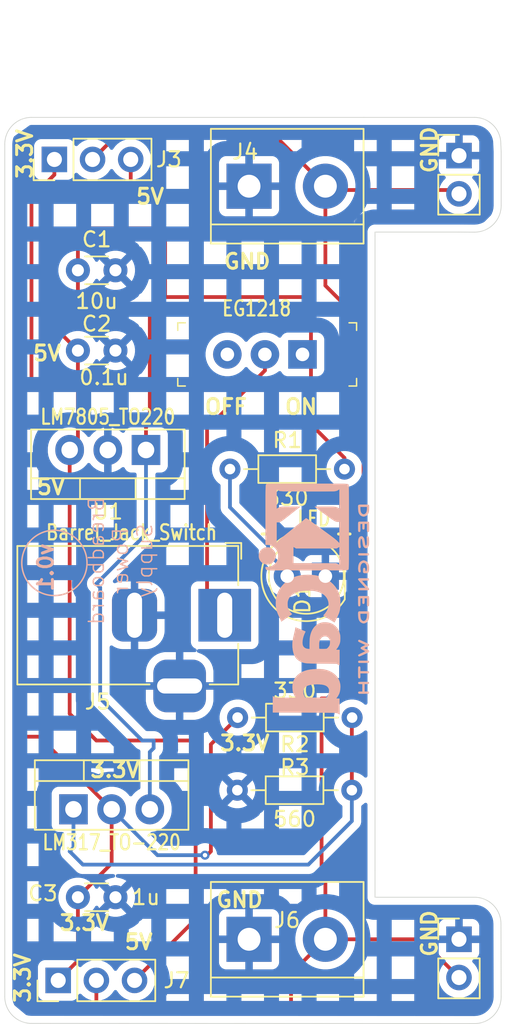
<source format=kicad_pcb>
(kicad_pcb (version 20241229) (generator "pcbnew") (generator_version "9.0")
  (layers (0 "F.Cu" signal) (2 "B.Cu" signal) (13 "F.Paste" user) (15 "B.Paste" user) (5 "F.SilkS" user "F.Silkscreen") (7 "B.SilkS" user "B.Silkscreen") (1 "F.Mask" user) (3 "B.Mask" user) (25 "Edge.Cuts" user))
  (net 0 "")
  (net 1 "/12v")
  (net 2 "GND")
  (net 3 "/5v")
  (net 4 "/3.3v")
  (net 5 "Net-(D1-A)")
  (net 6 "/PWR_output")
  (net 7 "/PWR_input")
  (net 8 "Net-(U2-ADJ)")
  (footprint "Capacitor_THT:C_Disc_D3.0mm_W1.6mm_P2.50mm" (layer "F.Cu") (at 80.812 77.216)
    (property "Reference" "C1" (at 1.25 -2.05 0) (layer "F.SilkS"))
    (property "Value" "10u" (at 1.25 2.05 0) (layer "F.SilkS"))
    (pad "1" thru_hole circle (at 0 0) (size 1.6 1.6) (drill 0.8) (layers "*.Cu" "*.Mask") (net 1 "/12v"))
    (pad "2" thru_hole circle (at 2.5 0) (size 1.6 1.6) (drill 0.8) (layers "*.Cu" "*.Mask") (net 2 "GND"))
  )
  (footprint "LED_THT:LED_D5.0mm" (layer "F.Cu") (at 97.282 97.536 180)
    (property "Reference" "D1" (at 1.524 -1.524 90) (layer "F.SilkS"))
    (property "Value" "LED" (at 0.762 3.81 0) (layer "F.SilkS") (effects (font (size 1 0.8))))
    (pad "1" thru_hole rect (at 0 0 180) (size 1.8 1.8) (drill 0.9) (layers "*.Cu" "*.Mask") (net 2 "GND"))
    (pad "2" thru_hole circle (at 2.54 0 180) (size 1.8 1.8) (drill 0.9) (layers "*.Cu" "*.Mask") (net 5 "Net-(D1-A)"))
  )
  (footprint "Package_TO_SOT_THT:TO-220-3_Vertical" (layer "F.Cu") (at 80.518 113.03)
    (property "Reference" "U2" (hide yes))
    (property "Value" "LM317_TO-220" (at 2.54 2.2 0) (layer "F.SilkS") (effects (font (size 1 0.8))))
    (pad "1" thru_hole rect (at 0 0) (size 1.905 2) (drill 1.1) (layers "*.Cu" "*.Mask") (net 8 "Net-(U2-ADJ)"))
    (pad "2" thru_hole oval (at 2.54 0) (size 1.905 2) (drill 1.1) (layers "*.Cu" "*.Mask") (net 4 "/3.3v"))
    (pad "3" thru_hole oval (at 5.08 0) (size 1.905 2) (drill 1.1) (layers "*.Cu" "*.Mask") (net 1 "/12v"))
  )
  (footprint "Connector_PinHeader_2.54mm:PinHeader_1x02_P2.54mm_Vertical" (layer "F.Cu") (at 106.172 121.666)
    (property "Reference" "J2" (hide yes))
    (property "Value" "Conn_01x02_Pin" (hide yes))
    (pad "1" thru_hole rect (at 0 0) (size 1.7 1.7) (drill 1) (layers "*.Cu" "*.Mask") (net 2 "GND"))
    (pad "2" thru_hole circle (at 0 2.54) (size 1.7 1.7) (drill 1) (layers "*.Cu" "*.Mask") (net 6 "/PWR_output"))
  )
  (footprint "TerminalBlock:TerminalBlock_bornier-2_P5.08mm" (layer "F.Cu") (at 92.202 121.666)
    (property "Reference" "J6" (at 2.54 -1.27 0) (layer "F.SilkS"))
    (property "Value" "Screw_Terminal_01x02" (hide yes))
    (pad "1" thru_hole rect (at 0 0) (size 3 3) (drill 1.52) (layers "*.Cu" "*.Mask") (net 2 "GND"))
    (pad "2" thru_hole circle (at 5.08 0) (size 3 3) (drill 1.52) (layers "*.Cu" "*.Mask") (net 6 "/PWR_output"))
  )
  (footprint "Resistor_THT:R_Axial_DIN0204_L3.6mm_D1.6mm_P7.62mm_Horizontal" (layer "F.Cu") (at 90.932 90.424)
    (property "Reference" "R1" (at 3.81 -1.92 0) (layer "F.SilkS"))
    (property "Value" "330" (at 3.81 1.92 0) (layer "F.SilkS"))
    (pad "1" thru_hole circle (at 0 0) (size 1.4 1.4) (drill 0.7) (layers "*.Cu" "*.Mask") (net 5 "Net-(D1-A)"))
    (pad "2" thru_hole circle (at 7.62 0) (size 1.4 1.4) (drill 0.7) (layers "*.Cu" "*.Mask") (net 1 "/12v"))
  )
  (footprint "digikey-footprints:Switch_Slide_11.6x4mm_EG1218" (layer "F.Cu") (at 95.758 82.804 180)
    (property "Reference" "S1" (hide yes))
    (property "Value" "EG1218" (at 3.048 3.048 0) (layer "F.SilkS") (effects (font (size 1 0.8))))
    (pad "1" thru_hole rect (at 0 0 180) (size 1.9 1.9) (drill 0.9) (layers "*.Cu" "*.Mask") (net 1 "/12v"))
    (pad "2" thru_hole circle (at 2.5 0 180) (size 1.9 1.9) (drill 0.9) (layers "*.Cu" "*.Mask") (net 7 "/PWR_input"))
    (pad "3" thru_hole circle (at 5 0 180) (size 1.9 1.9) (drill 0.9) (layers "*.Cu" "*.Mask"))
  )
  (footprint "Connector_BarrelJack:BarrelJack_Horizontal" (layer "F.Cu") (at 90.582 100.1345)
    (property "Reference" "J5" (at -8.45 5.75 0) (layer "F.SilkS"))
    (property "Value" "Barrel_Jack_Switch" (at -6.2 -5.5 0) (layer "F.SilkS") (effects (font (size 1 0.8))))
    (pad "1" thru_hole rect (at 0 0) (size 3.5 3.5) (drill oval 1 3) (layers "*.Cu" "*.Mask") (net 7 "/PWR_input"))
    (pad "2" thru_hole roundrect (at -6 0) (size 3 3.5) (drill oval 1 3) (layers "*.Cu" "*.Mask") (net 2 "GND"))
    (pad "3" thru_hole roundrect (at -3 4.7) (size 3.5 3.5) (drill oval 3 1) (layers "*.Cu" "*.Mask") (net 2 "GND"))
  )
  (footprint "Package_TO_SOT_THT:TO-220-3_Vertical" (layer "F.Cu") (at 85.344 89.154 180)
    (property "Reference" "U1" (at 2.54 -4.1 0) (layer "F.SilkS"))
    (property "Value" "LM7805_TO220" (at 2.54 2.2 0) (layer "F.SilkS") (effects (font (size 1 0.8))))
    (pad "1" thru_hole rect (at 0 0 180) (size 1.905 2) (drill 1.1) (layers "*.Cu" "*.Mask") (net 1 "/12v"))
    (pad "2" thru_hole oval (at 2.54 0 180) (size 1.905 2) (drill 1.1) (layers "*.Cu" "*.Mask") (net 2 "GND"))
    (pad "3" thru_hole oval (at 5.08 0 180) (size 1.905 2) (drill 1.1) (layers "*.Cu" "*.Mask") (net 3 "/5v"))
  )
  (footprint "Connector_PinHeader_2.54mm:PinHeader_1x03_P2.54mm_Vertical" (layer "F.Cu") (at 79.248 69.85 90)
    (property "Reference" "J3" (at 0 7.62 180) (layer "F.SilkS"))
    (property "Value" "Conn_01x03_Pin" (hide yes))
    (pad "1" thru_hole rect (at 0 0 90) (size 1.7 1.7) (drill 1) (layers "*.Cu" "*.Mask") (net 4 "/3.3v"))
    (pad "2" thru_hole circle (at 0 2.54 90) (size 1.7 1.7) (drill 1) (layers "*.Cu" "*.Mask") (net 6 "/PWR_output"))
    (pad "3" thru_hole circle (at 0 5.08 90) (size 1.7 1.7) (drill 1) (layers "*.Cu" "*.Mask") (net 3 "/5v"))
  )
  (footprint "TerminalBlock:TerminalBlock_bornier-2_P5.08mm" (layer "F.Cu") (at 92.202 71.628)
    (property "Reference" "J4" (at -0.254 -2.286 0) (layer "F.SilkS"))
    (property "Value" "Screw_Terminal_01x02" (hide yes))
    (pad "1" thru_hole rect (at 0 0) (size 3 3) (drill 1.52) (layers "*.Cu" "*.Mask") (net 2 "GND"))
    (pad "2" thru_hole circle (at 5.08 0) (size 3 3) (drill 1.52) (layers "*.Cu" "*.Mask") (net 6 "/PWR_output"))
  )
  (footprint "Connector_PinHeader_2.54mm:PinHeader_1x02_P2.54mm_Vertical" (layer "F.Cu") (at 106.172 69.596)
    (property "Reference" "J1" (hide yes))
    (property "Value" "Conn_01x02_Pin" (hide yes))
    (pad "1" thru_hole rect (at 0 0) (size 1.7 1.7) (drill 1) (layers "*.Cu" "*.Mask") (net 2 "GND"))
    (pad "2" thru_hole circle (at 0 2.54) (size 1.7 1.7) (drill 1) (layers "*.Cu" "*.Mask") (net 6 "/PWR_output"))
  )
  (footprint "Resistor_THT:R_Axial_DIN0204_L3.6mm_D1.6mm_P7.62mm_Horizontal" (layer "F.Cu") (at 99.06 106.934 180)
    (property "Reference" "R2" (at 3.81 -1.778 0) (layer "F.SilkS"))
    (property "Value" "330" (at 3.81 1.778 0) (layer "F.SilkS"))
    (pad "1" thru_hole circle (at 0 0 180) (size 1.4 1.4) (drill 0.7) (layers "*.Cu" "*.Mask") (net 8 "Net-(U2-ADJ)"))
    (pad "2" thru_hole circle (at 7.62 0 180) (size 1.4 1.4) (drill 0.7) (layers "*.Cu" "*.Mask") (net 4 "/3.3v"))
  )
  (footprint "Capacitor_THT:C_Disc_D3.0mm_W1.6mm_P2.50mm" (layer "F.Cu") (at 80.812 118.872)
    (property "Reference" "C3" (at -2.326 -0.254 0) (layer "F.SilkS"))
    (property "Value" "1u" (at 4.532 0 0) (layer "F.SilkS"))
    (pad "1" thru_hole circle (at 0 0) (size 1.6 1.6) (drill 0.8) (layers "*.Cu" "*.Mask") (net 4 "/3.3v"))
    (pad "2" thru_hole circle (at 2.5 0) (size 1.6 1.6) (drill 0.8) (layers "*.Cu" "*.Mask") (net 2 "GND"))
  )
  (footprint "Resistor_THT:R_Axial_DIN0204_L3.6mm_D1.6mm_P7.62mm_Horizontal" (layer "F.Cu") (at 91.422 111.76)
    (property "Reference" "R3" (at 3.828 -1.524 0) (layer "F.SilkS"))
    (property "Value" "560" (at 3.81 1.92 0) (layer "F.SilkS"))
    (pad "1" thru_hole circle (at 0 0) (size 1.4 1.4) (drill 0.7) (layers "*.Cu" "*.Mask") (net 2 "GND"))
    (pad "2" thru_hole circle (at 7.62 0) (size 1.4 1.4) (drill 0.7) (layers "*.Cu" "*.Mask") (net 8 "Net-(U2-ADJ)"))
  )
  (footprint "Capacitor_THT:C_Disc_D3.0mm_W1.6mm_P2.50mm" (layer "F.Cu") (at 80.812 82.55)
    (property "Reference" "C2" (at 1.25 -1.778 0) (layer "F.SilkS"))
    (property "Value" "0.1u" (at 1.738 1.778 0) (layer "F.SilkS"))
    (pad "1" thru_hole circle (at 0 0) (size 1.6 1.6) (drill 0.8) (layers "*.Cu" "*.Mask") (net 3 "/5v"))
    (pad "2" thru_hole circle (at 2.5 0) (size 1.6 1.6) (drill 0.8) (layers "*.Cu" "*.Mask") (net 2 "GND"))
  )
  (footprint "Connector_PinHeader_2.54mm:PinHeader_1x03_P2.54mm_Vertical" (layer "F.Cu") (at 79.502 124.399 90)
    (property "Reference" "J7" (at 0 7.874 180) (layer "F.SilkS"))
    (property "Value" "Conn_01x03_Pin" (hide yes))
    (pad "1" thru_hole rect (at 0 0 90) (size 1.7 1.7) (drill 1) (layers "*.Cu" "*.Mask") (net 4 "/3.3v"))
    (pad "2" thru_hole circle (at 0 2.54 90) (size 1.7 1.7) (drill 1) (layers "*.Cu" "*.Mask") (net 6 "/PWR_output"))
    (pad "3" thru_hole circle (at 0 5.08 90) (size 1.7 1.7) (drill 1) (layers "*.Cu" "*.Mask") (net 3 "/5v"))
  )
  (footprint "Symbol:KiCad-Logo2_6mm_SilkScreen" (layer "B.Cu") (at 95.824848 99.052514 -90)
    (property "Reference" "REF**" (hide yes))
    (property "Value" "KiCad-Logo2_6mm_SilkScreen" (hide yes))
  )
  (gr_circle (center 79.248 96.658177) (end 78.486 94.626177) (stroke (width 0.1)) (fill no) (layer "B.SilkS"))
  (gr_line (start 99.822 67.056) (end 107.205253 67.056) (stroke (width 0.05)) (layer "Edge.Cuts"))
  (gr_line (start 106.172 74.676) (end 107.198468 74.680489) (stroke (width 0.05)) (layer "Edge.Cuts"))
  (gr_line (start 108.97956 69.342) (end 108.956929 68.820388) (stroke (width 0.05)) (layer "Edge.Cuts"))
  (gr_line (start 100.584 118.871954) (end 100.584 117.094) (stroke (width 0.05)) (layer "Edge.Cuts"))
  (gr_line (start 77.724 127.254) (end 107.2008 127.266764) (stroke (width 0.05)) (layer "Edge.Cuts"))
  (gr_line (start 75.946 68.834) (end 75.946 125.476) (stroke (width 0.05)) (layer "Edge.Cuts"))
  (gr_arc (start 108.978764 125.488764) (mid 108.458 126.746) (end 107.200764 127.266764) (stroke (width 0.05)) (layer "Edge.Cuts"))
  (gr_line (start 100.584 74.93) (end 100.584 74.676) (stroke (width 0.05)) (layer "Edge.Cuts"))
  (gr_line (start 100.584 117.094) (end 100.584 74.93) (stroke (width 0.05)) (layer "Edge.Cuts"))
  (gr_line (start 99.822 67.056) (end 77.724 67.056) (stroke (width 0.05)) (layer "Edge.Cuts"))
  (gr_line (start 108.978764 125.488764) (end 108.966 120.649943) (stroke (width 0.05)) (layer "Edge.Cuts"))
  (gr_arc (start 75.946 68.834) (mid 76.466764 67.576764) (end 77.724 67.056) (stroke (width 0.05)) (layer "Edge.Cuts"))
  (gr_arc (start 108.97956 72.915253) (mid 108.458 74.168) (end 107.201514 74.680489) (stroke (width 0.05)) (layer "Edge.Cuts"))
  (gr_arc (start 107.205253 67.056) (mid 108.448377 67.573554) (end 108.956929 68.820388) (stroke (width 0.05)) (layer "Edge.Cuts"))
  (gr_arc (start 107.200764 118.871954) (mid 108.453511 119.393514) (end 108.966 120.65) (stroke (width 0.05)) (layer "Edge.Cuts"))
  (gr_arc (start 77.724 127.254) (mid 76.466764 126.733236) (end 75.946 125.476) (stroke (width 0.05)) (layer "Edge.Cuts"))
  (gr_line (start 100.584 74.676) (end 106.172 74.676) (stroke (width 0.05)) (layer "Edge.Cuts"))
  (gr_line (start 107.20076 118.871954) (end 100.584 118.871954) (stroke (width 0.05)) (layer "Edge.Cuts"))
  (gr_line (start 108.97956 72.9153) (end 108.97956 69.342) (stroke (width 0.05)) (layer "Edge.Cuts"))
  (gr_text "OFF" (at 89.154 86.868 0) (layer "F.SilkS") (effects (font (size 1 1) (thickness 0.2) (bold yes)) (justify left bottom)))
  (gr_text "GND" (at 90.424 77.216 0) (layer "F.SilkS") (effects (font (size 1 1) (thickness 0.2) (bold yes)) (justify left bottom)))
  (gr_text "-" (at 97.79 95.25 0) (layer "F.SilkS") (effects (font (size 1 1) (thickness 0.2) (bold yes)) (justify left bottom)))
  (gr_text "5V" (at 77.978 92.202 0) (layer "F.SilkS") (effects (font (size 1 1) (thickness 0.2) (bold yes)) (justify left bottom)))
  (gr_text "GND" (at 89.916 119.634 0) (layer "F.SilkS") (effects (font (size 1 1) (thickness 0.2) (bold yes)) (justify left bottom)))
  (gr_text "3.3V" (at 77.868 71.23 90) (layer "F.SilkS") (effects (font (size 1 1) (thickness 0.2) (bold yes)) (justify left bottom)))
  (gr_text "+" (at 92.71 95.25 0) (layer "F.SilkS") (effects (font (size 1 1) (thickness 0.2) (bold yes)) (justify left bottom)))
  (gr_text "GND" (at 104.792 122.936 90) (layer "F.SilkS") (effects (font (size 1 1) (thickness 0.2) (bold yes)) (justify left bottom)))
  (gr_text "3.3V" (at 77.724 125.984 90) (layer "F.SilkS") (effects (font (size 1 1) (thickness 0.2) (bold yes)) (justify left bottom)))
  (gr_text "GND" (at 104.792 70.866 90) (layer "F.SilkS") (effects (font (size 1 1) (thickness 0.2) (bold yes)) (justify left bottom)))
  (gr_text "5V" (at 77.724 83.312 0) (layer "F.SilkS") (effects (font (size 1 1) (thickness 0.2) (bold yes)) (justify left bottom)))
  (gr_text "5V" (at 84.582 72.898 0) (layer "F.SilkS") (effects (font (size 1 1) (thickness 0.2) (bold yes)) (justify left bottom)))
  (gr_text "3.3V" (at 81.534 110.998 0) (layer "F.SilkS") (effects (font (size 1 1) (thickness 0.2) (bold yes)) (justify left bottom)))
  (gr_text "5V" (at 83.82 122.428 0) (layer "F.SilkS") (effects (font (size 1 1) (thickness 0.2) (bold yes)) (justify left bottom)))
  (gr_text "3.3V" (at 90.17 109.22 0) (layer "F.SilkS") (effects (font (size 1 1) (thickness 0.2) (bold yes)) (justify left bottom)))
  (gr_text "ON" (at 94.488 86.868 0) (layer "F.SilkS") (effects (font (size 1 1) (thickness 0.2) (bold yes)) (justify left bottom)))
  (gr_text "3.3V" (at 79.502 121.158 0) (layer "F.SilkS") (effects (font (size 1 1) (thickness 0.2) (bold yes)) (justify left bottom)))
  (gr_text "Breadboard\nPower\nSupply" (at 85.852 96.52 90) (layer "B.SilkS") (effects (font (size 1 1) (thickness 0.1)) (justify bottom mirror)))
  (gr_text "v0.1" (at 79.248 95.25 90) (layer "B.SilkS") (effects (font (size 1 1) (thickness 0.2) (bold yes)) (justify left bottom mirror)))
  (segment (start 96.322 83.368) (end 96.322 87.45) (width 0.25) (layer "F.Cu") (net 1))
  (segment (start 81.534 79.756) (end 85.598 79.756) (width 0.25) (layer "F.Cu") (net 1))
  (segment (start 85.344 87.63) (end 85.344 89.154) (width 0.25) (layer "F.Cu") (net 1))
  (segment (start 96.266 78.74) (end 96.012 78.994) (width 0.25) (layer "F.Cu") (net 1))
  (segment (start 85.598 87.376) (end 85.344 87.63) (width 0.25) (layer "F.Cu") (net 1))
  (segment (start 85.852 74.422) (end 81.534 74.422) (width 0.25) (layer "F.Cu") (net 1))
  (segment (start 81.534 74.676) (end 80.812 75.398) (width 0.25) (layer "F.Cu") (net 1))
  (segment (start 96.322 78.796) (end 96.266 78.74) (width 0.25) (layer "F.Cu") (net 1))
  (segment (start 80.812 77.216) (end 80.812 79.034) (width 0.25) (layer "F.Cu") (net 1))
  (segment (start 85.598 79.756) (end 85.598 87.376) (width 0.25) (layer "F.Cu") (net 1))
  (segment (start 96.012 78.994) (end 86.614 78.994) (width 0.25) (layer "F.Cu") (net 1))
  (segment (start 95.758 82.804) (end 96.322 82.24) (width 0.25) (layer "F.Cu") (net 1))
  (segment (start 86.614 75.184) (end 85.852 74.422) (width 0.25) (layer "F.Cu") (net 1))
  (segment (start 80.812 79.034) (end 81.534 79.756) (width 0.25) (layer "F.Cu") (net 1))
  (segment (start 96.322 87.45) (end 98.552 89.68) (width 0.25) (layer "F.Cu") (net 1))
  (segment (start 86.614 78.994) (end 86.614 75.184) (width 0.25) (layer "F.Cu") (net 1))
  (segment (start 95.758 82.804) (end 96.322 83.368) (width 0.25) (layer "F.Cu") (net 1))
  (segment (start 96.322 82.24) (end 96.322 78.796) (width 0.25) (layer "F.Cu") (net 1))
  (segment (start 98.552 89.68) (end 98.552 90.424) (width 0.25) (layer "F.Cu") (net 1))
  (segment (start 81.534 74.422) (end 81.534 74.676) (width 0.25) (layer "F.Cu") (net 1))
  (segment (start 80.812 75.398) (end 80.812 77.216) (width 0.25) (layer "F.Cu") (net 1))
  (segment (start 85.344 89.154) (end 85.344 94.742) (width 0.25) (layer "B.Cu") (net 1))
  (segment (start 85.09 108.458) (end 85.852 108.458) (width 0.25) (layer "B.Cu") (net 1))
  (segment (start 85.852 108.458) (end 85.852 108.966) (width 0.25) (layer "B.Cu") (net 1))
  (segment (start 85.344 94.742) (end 82.042 98.044) (width 0.25) (layer "B.Cu") (net 1))
  (segment (start 82.296 98.298) (end 82.296 105.664) (width 0.25) (layer "B.Cu") (net 1))
  (segment (start 82.296 105.664) (end 85.09 108.458) (width 0.25) (layer "B.Cu") (net 1))
  (segment (start 85.598 109.22) (end 85.598 113.03) (width 0.25) (layer "B.Cu") (net 1))
  (segment (start 82.042 98.044) (end 82.296 98.298) (width 0.25) (layer "B.Cu") (net 1))
  (segment (start 85.852 108.966) (end 85.598 109.22) (width 0.25) (layer "B.Cu") (net 1))
  (segment (start 83.82 72.644) (end 78.74 72.644) (width 0.25) (layer "F.Cu") (net 3))
  (segment (start 80.812 88.606) (end 80.264 89.154) (width 0.25) (layer "F.Cu") (net 3))
  (segment (start 84.328 69.85) (end 84.328 72.136) (width 0.25) (layer "F.Cu") (net 3))
  (segment (start 80.264 106.68) (end 82.042 108.458) (width 0.25) (layer "F.Cu") (net 3))
  (segment (start 80.812 82.55) (end 80.812 88.606) (width 0.25) (layer "F.Cu") (net 3))
  (segment (start 88.646 120.335) (end 84.582 124.399) (width 0.25) (layer "F.Cu") (net 3))
  (segment (start 78.74 72.644) (end 78.74 80.518) (width 0.25) (layer "F.Cu") (net 3))
  (segment (start 80.264 89.154) (end 80.264 106.68) (width 0.25) (layer "F.Cu") (net 3))
  (segment (start 84.328 72.136) (end 83.82 72.644) (width 0.25) (layer "F.Cu") (net 3))
  (segment (start 78.78 80.518) (end 80.812 82.55) (width 0.25) (layer "F.Cu") (net 3))
  (segment (start 82.042 108.458) (end 88.646 108.458) (width 0.25) (layer "F.Cu") (net 3))
  (segment (start 88.646 108.458) (end 88.646 120.335) (width 0.25) (layer "F.Cu") (net 3))
  (segment (start 78.74 80.518) (end 78.78 80.518) (width 0.25) (layer "F.Cu") (net 3))
  (segment (start 80.812 123.089) (end 79.502 124.399) (width 0.25) (layer "F.Cu") (net 4))
  (segment (start 80.812 118.872) (end 80.812 123.089) (width 0.25) (layer "F.Cu") (net 4))
  (segment (start 77.724 72.39) (end 77.724 84.836) (width 0.25) (layer "F.Cu") (net 4))
  (segment (start 77.216 84.836) (end 76.626 85.426) (width 0.25) (layer "F.Cu") (net 4))
  (segment (start 76.626 108.204) (end 78.232 108.204) (width 0.25) (layer "F.Cu") (net 4))
  (segment (start 89.408 116.078) (end 89.271 116.078) (width 0.25) (layer "F.Cu") (net 4))
  (segment (start 89.662 108.712) (end 89.662 115.824) (width 0.25) (layer "F.Cu") (net 4))
  (segment (start 83.058 116.626) (end 80.812 118.872) (width 0.25) (layer "F.Cu") (net 4))
  (segment (start 79.248 70.866) (end 77.724 72.39) (width 0.25) (layer "F.Cu") (net 4))
  (segment (start 79.248 69.85) (end 79.248 70.866) (width 0.25) (layer "F.Cu") (net 4))
  (segment (start 77.724 84.836) (end 77.216 84.836) (width 0.25) (layer "F.Cu") (net 4))
  (segment (start 83.058 113.03) (end 83.058 116.626) (width 0.25) (layer "F.Cu") (net 4))
  (segment (start 78.232 108.204) (end 83.058 113.03) (width 0.25) (layer "F.Cu") (net 4))
  (segment (start 91.44 106.934) (end 90.932 106.934) (width 0.25) (layer "F.Cu") (net 4))
  (segment (start 76.626 85.426) (end 76.626 108.204) (width 0.25) (layer "F.Cu") (net 4))
  (segment (start 91.44 106.934) (end 89.662 108.712) (width 0.25) (layer "F.Cu") (net 4))
  (segment (start 89.662 115.824) (end 89.408 116.078) (width 0.25) (layer "F.Cu") (net 4))
  (via (at 89.271 116.078) (size 0.6) (drill 0.3) (layers "F.Cu" "B.Cu") (net 4))
  (segment (start 89.271 116.078) (end 86.106 116.078) (width 0.25) (layer "B.Cu") (net 4))
  (segment (start 86.106 116.078) (end 83.058 113.03) (width 0.25) (layer "B.Cu") (net 4))
  (segment (start 90.932 92.964) (end 93.472 95.504) (width 0.25) (layer "B.Cu") (net 5))
  (segment (start 90.932 90.424) (end 90.932 92.964) (width 0.25) (layer "B.Cu") (net 5))
  (segment (start 93.472 95.504) (end 93.472 96.012) (width 0.25) (layer "B.Cu") (net 5))
  (segment (start 93.472 96.012) (end 94.742 97.282) (width 0.25) (layer "B.Cu") (net 5))
  (segment (start 97.282 78.232) (end 99.822 80.772) (width 0.25) (layer "F.Cu") (net 6))
  (segment (start 103.632 121.666) (end 106.172 124.206) (width 0.25) (layer "F.Cu") (net 6))
  (segment (start 83.058 126.492) (end 83.14 126.574) (width 0.25) (layer "F.Cu") (net 6))
  (segment (start 97.282 71.628) (end 97.282 78.232) (width 0.25) (layer "F.Cu") (net 6))
  (segment (start 98.298 105.664) (end 97.028 105.664) (width 0.25) (layer "F.Cu") (net 6))
  (segment (start 93.979967 68.325967) (end 94.234 68.58) (width 0.25) (layer "F.Cu") (net 6))
  (segment (start 93.98 68.326) (end 94.234 68.58) (width 0.25) (layer "F.Cu") (net 6))
  (segment (start 82.042 125.984) (end 82.55 126.492) (width 0.25) (layer "F.Cu") (net 6))
  (segment (start 81.788 69.85) (end 83.312 68.326) (width 0.25) (layer "F.Cu") (net 6))
  (segment (start 106.426 71.882) (end 97.536 71.882) (width 0.25) (layer "F.Cu") (net 6))
  (segment (start 99.822 80.772) (end 99.822 104.14) (width 0.25) (layer "F.Cu") (net 6))
  (segment (start 94.234 68.58) (end 97.282 71.628) (width 0.25) (layer "F.Cu") (net 6))
  (segment (start 97.028 116.84) (end 97.282 117.094) (width 0.25) (layer "F.Cu") (net 6))
  (segment (start 83.14 126.574) (end 94.996 126.574) (width 0.25) (layer "F.Cu") (net 6))
  (segment (start 97.282 121.666) (end 103.632 121.666) (width 0.25) (layer "F.Cu") (net 6))
  (segment (start 97.536 71.882) (end 97.282 71.628) (width 0.25) (layer "F.Cu") (net 6))
  (segment (start 94.996 126.574) (end 94.996 123.952) (width 0.25) (layer "F.Cu") (net 6))
  (segment (start 94.996 123.952) (end 97.282 121.666) (width 0.25) (layer "F.Cu") (net 6))
  (segment (start 99.822 104.14) (end 98.298 105.664) (width 0.25) (layer "F.Cu") (net 6))
  (segment (start 97.028 105.664) (end 97.028 116.84) (width 0.25) (layer "F.Cu") (net 6))
  (segment (start 82.55 126.492) (end 83.058 126.492) (width 0.25) (layer "F.Cu") (net 6))
  (segment (start 83.312 68.326) (end 93.98 68.326) (width 0.25) (layer "F.Cu") (net 6))
  (segment (start 97.282 117.094) (end 97.282 121.666) (width 0.25) (layer "F.Cu") (net 6))
  (segment (start 82.042 124.399) (end 82.042 125.984) (width 0.25) (layer "F.Cu") (net 6))
  (segment (start 93.258 82.804) (end 93.258 83.876) (width 0.25) (layer "F.Cu") (net 7))
  (segment (start 89.408 98.9605) (end 90.582 100.1345) (width 0.25) (layer "F.Cu") (net 7))
  (segment (start 89.408 87.726) (end 89.408 98.9605) (width 0.25) (layer "F.Cu") (net 7))
  (segment (start 93.258 83.876) (end 89.408 87.726) (width 0.25) (layer "F.Cu") (net 7))
  (segment (start 99.042 107.206) (end 99.042 111.76) (width 0.25) (layer "F.Cu") (net 8))
  (segment (start 99.06 106.934) (end 99.06 107.188) (width 0.25) (layer "F.Cu") (net 8))
  (segment (start 99.06 107.188) (end 99.042 107.206) (width 0.25) (layer "F.Cu") (net 8))
  (segment (start 99.042 111.76) (end 99.042 113.81) (width 0.25) (layer "B.Cu") (net 8))
  (segment (start 81.144 116.704) (end 80.264 115.824) (width 0.25) (layer "B.Cu") (net 8))
  (segment (start 80.264 115.824) (end 80.518 115.57) (width 0.25) (layer "B.Cu") (net 8))
  (segment (start 96.148 116.704) (end 81.144 116.704) (width 0.25) (layer "B.Cu") (net 8))
  (segment (start 80.518 115.57) (end 80.518 113.03) (width 0.25) (layer "B.Cu") (net 8))
  (segment (start 99.042 113.81) (end 96.148 116.704) (width 0.25) (layer "B.Cu") (net 8))
  (zone (net 2) (net_name "GND") (layer "B.Cu") (connect_pads (clearance 0.5)) (min_thickness 0.25) (fill yes (mode hatch) (thermal_gap 0.5) (thermal_bridge_width 0.5) (hatch_thickness 1) (hatch_gap 1.5) (hatch_orientation 0) (hatch_border_algorithm hatch_thickness) (hatch_min_hole_area 0.3))
    (polygon (pts (xy 77.978 67.31) (xy 76.2 68.58) (xy 76.2 125.73) (xy 77.724 127) (xy 107.442 127) (xy 108.712 125.984) (xy 108.712 120.396) (xy 107.696 119.126) (xy 100.33 119.126) (xy 100.33 74.422) (xy 107.442 74.422) (xy 108.712 73.152) (xy 108.712 68.58) (xy 107.696 67.31)))
  )
)
</source>
